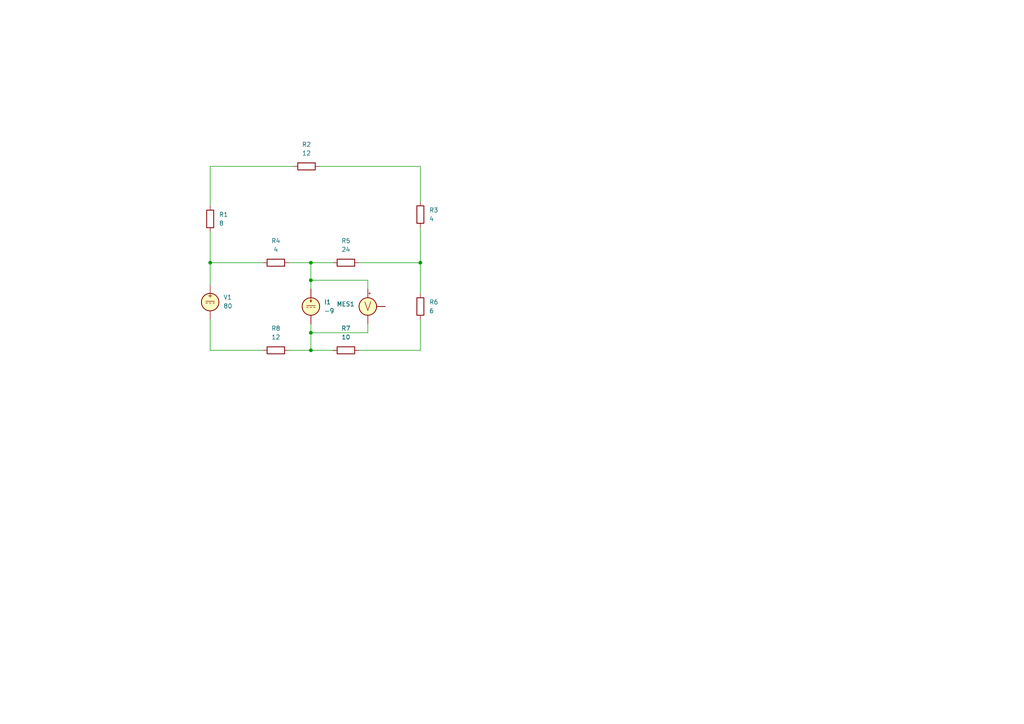
<source format=kicad_sch>
(kicad_sch (version 20230121) (generator eeschema)
  (paper "A4")
  (lib_symbols
    (symbol "Device:R" (pin_numbers hide) (pin_names (offset 0))
      (property "Reference" "R" (at 2.032 0 90))
      (property "Value" "R" (at 0 0 90))
      (symbol "R_0_1"
        (rectangle (start -1.016 -2.54) (end 1.016 2.54) (stroke (width 0.254)))
      )
      (symbol "R_1_1"
        (pin passive line (at 0 3.81 270) (length 1.27) (name "~") (number "1"))
        (pin passive line (at 0 -3.81 90) (length 1.27) (name "~") (number "2"))
      )
    )
    (symbol "Simulation_SPICE:IDC" (pin_numbers hide) (pin_names (offset 0.0254))
      (property "Reference" "I" (at 2.54 2.54 0))
      (property "Value" "1" (at 2.54 0 0))
      (symbol "IDC_0_0"
        (polyline (pts (xy -1.27 0.254) (xy 1.27 0.254)))
        (polyline (pts (xy -0.762 -0.254) (xy -1.27 -0.254)))
        (polyline (pts (xy 0.254 -0.254) (xy -0.254 -0.254)))
        (polyline (pts (xy 1.27 -0.254) (xy 0.762 -0.254)))
      )
      (symbol "IDC_0_1"
        (polyline (pts (xy 0 1.27) (xy 0 2.286)))
        (polyline (pts (xy -0.254 1.778) (xy 0 1.27) (xy 0.254 1.778)))
        (circle (center 0 0) (radius 2.54) (stroke (width 0.254)) (fill (type background)))
      )
      (symbol "IDC_1_1"
        (pin passive line (at 0 5.08 270) (length 2.54) (name "~") (number "1"))
        (pin passive line (at 0 -5.08 90) (length 2.54) (name "~") (number "2"))
      )
    )
    (symbol "Simulation_SPICE:VDC" (pin_numbers hide) (pin_names (offset 0.0254))
      (property "Reference" "V" (at 2.54 2.54 0))
      (property "Value" "1" (at 2.54 0 0))
      (symbol "VDC_0_0"
        (polyline (pts (xy -1.27 0.254) (xy 1.27 0.254)))
        (polyline (pts (xy -0.762 -0.254) (xy -1.27 -0.254)))
        (polyline (pts (xy 0.254 -0.254) (xy -0.254 -0.254)))
        (polyline (pts (xy 1.27 -0.254) (xy 0.762 -0.254)))
        (text "+" (at 0 1.905 0) (effects (font (size 1.27 1.27))))
      )
      (symbol "VDC_0_1"
        (circle (center 0 0) (radius 2.54) (stroke (width 0.254)) (fill (type background)))
      )
      (symbol "VDC_1_1"
        (pin passive line (at 0 5.08 270) (length 2.54) (name "~") (number "1"))
        (pin passive line (at 0 -5.08 90) (length 2.54) (name "~") (number "2"))
      )
    )
    (symbol "Simulation_SPICE:VOLTMETER_DIFF" (pin_numbers hide) (pin_names (offset 0.0254) hide) (in_bom no) (on_board no)
      (property "Reference" "MES?" (at -10.16 0 0))
      (symbol "VOLTMETER_DIFF_0_0"
        (text "V" (at 0 0 0) (effects (font (size 2.54 2.54))))
      )
      (symbol "VOLTMETER_DIFF_0_1"
        (polyline (pts (xy 0.254 3.81) (xy 0.762 3.81)))
        (polyline (pts (xy 0.508 4.064) (xy 0.508 3.556)))
        (circle (center 0 0) (radius 2.54) (stroke (width 0.254)) (fill (type background)))
      )
      (symbol "VOLTMETER_DIFF_1_1"
        (pin passive line (at 0 5.08 270) (length 2.54) (name "+") (number "1"))
        (pin passive line (at 0 -5.08 90) (length 2.54) (name "-") (number "2"))
        (pin output line (at 5.08 0 180) (length 2.54) (name "out") (number "3"))
      )
    )
  )
  (junction (at 90.17 96.52))
  (junction (at 90.17 81.28))
  (junction (at 90.17 76.2))
  (junction (at 90.17 101.6))
  (junction (at 60.96 76.2))
  (junction (at 121.92 76.2))
  (wire (pts (xy 121.92 48.26) (xy 121.92 58.42)))
  (wire (pts (xy 76.2 101.6) (xy 60.96 101.6)))
  (wire (pts (xy 90.17 101.6) (xy 96.52 101.6)))
  (wire (pts (xy 121.92 101.6) (xy 104.14 101.6)))
  (wire (pts (xy 60.96 59.69) (xy 60.96 48.26)))
  (wire (pts (xy 90.17 76.2) (xy 96.52 76.2)))
  (wire (pts (xy 60.96 76.2) (xy 60.96 82.55)))
  (wire (pts (xy 121.92 92.71) (xy 121.92 101.6)))
  (wire (pts (xy 121.92 66.04) (xy 121.92 76.2)))
  (wire (pts (xy 90.17 93.98) (xy 90.17 96.52)))
  (wire (pts (xy 90.17 81.28) (xy 106.68 81.28)))
  (wire (pts (xy 90.17 81.28) (xy 90.17 83.82)))
  (wire (pts (xy 83.82 76.2) (xy 90.17 76.2)))
  (wire (pts (xy 106.68 96.52) (xy 90.17 96.52)))
  (wire (pts (xy 106.68 93.98) (xy 106.68 96.52)))
  (wire (pts (xy 60.96 67.31) (xy 60.96 76.2)))
  (wire (pts (xy 104.14 76.2) (xy 121.92 76.2)))
  (wire (pts (xy 121.92 76.2) (xy 121.92 85.09)))
  (wire (pts (xy 106.68 81.28) (xy 106.68 83.82)))
  (wire (pts (xy 60.96 48.26) (xy 85.09 48.26)))
  (wire (pts (xy 60.96 76.2) (xy 76.2 76.2)))
  (wire (pts (xy 92.71 48.26) (xy 121.92 48.26)))
  (wire (pts (xy 60.96 101.6) (xy 60.96 92.71)))
  (wire (pts (xy 90.17 76.2) (xy 90.17 81.28)))
  (wire (pts (xy 90.17 96.52) (xy 90.17 101.6)))
  (wire (pts (xy 83.82 101.6) (xy 90.17 101.6)))
  (symbol (lib_id "Device:R") (at 80.01 76.2 270) (unit 1)
    (property "Reference" "R4" (at 80.01 69.85 90))
    (property "Value" "4" (at 80.01 72.39 90))
  )
  (symbol (lib_id "Device:R") (at 121.92 62.23 180) (unit 1)
    (property "Reference" "R3" (at 124.46 60.96 0) (effects (justify right)))
    (property "Value" "4" (at 124.46 63.5 0) (effects (justify right)))
  )
  (symbol (lib_id "Device:R") (at 80.01 101.6 90) (unit 1)
    (property "Reference" "R8" (at 80.01 95.25 90))
    (property "Value" "12" (at 80.01 97.79 90))
  )
  (symbol (lib_id "Device:R") (at 100.33 76.2 270) (unit 1)
    (property "Reference" "R5" (at 100.33 69.85 90))
    (property "Value" "24" (at 100.33 72.39 90))
  )
  (symbol (lib_id "Device:R") (at 121.92 88.9 0) (unit 1)
    (property "Reference" "R6" (at 124.46 87.63 0) (effects (justify left)))
    (property "Value" "6" (at 124.46 90.17 0) (effects (justify left)))
  )
  (symbol (lib_id "Device:R") (at 60.96 63.5 0) (unit 1)
    (property "Reference" "R1" (at 63.5 62.23 0) (effects (justify left)))
    (property "Value" "8" (at 63.5 64.77 0) (effects (justify left)))
  )
  (symbol (lib_id "Simulation_SPICE:VDC") (at 60.96 87.63 0) (unit 1)
    (property "Reference" "V1" (at 64.77 86.2302 0) (effects (justify left)))
    (property "Value" "80" (at 64.77 88.7702 0) (effects (justify left)))
    (property "Sim.Pins" "1=+ 2=-" (effects hide))
    (property "Sim.Type" "DC" (effects hide))
    (property "Sim.Device" "V" (effects hide))
  )
  (symbol (lib_id "Simulation_SPICE:IDC") (at 90.17 88.9 0) (unit 1)
    (property "Reference" "I1" (at 93.98 87.63 0) (effects (justify left)))
    (property "Value" "-9" (at 93.98 90.17 0) (effects (justify left)))
    (property "Sim.Pins" "1=+ 2=-" (effects hide))
    (property "Sim.Type" "DC" (effects hide))
    (property "Sim.Device" "I" (effects hide))
  )
  (symbol (lib_id "Simulation_SPICE:VOLTMETER_DIFF") (at 106.68 88.9 0) (unit 1) (in_bom no) (on_board no)
    (property "Reference" "MES1" (at 102.87 88.2015 0) (effects (justify right)))
    (property "Value" "VOLTMETER_DIFF" (effects hide))
    (property "Datasheet" "https://ngspice.sourceforge.io/docs/ngspice-manual.pdf" (effects hide))
    (property "Sim.Name" "kicad_builtin_vdiff" (effects hide))
    (property "Sim.Device" "SUBCKT" (effects hide))
    (property "Sim.Pins" "1=1 2=2 3=3" (effects hide))
    (property "Sim.Library" "${KICAD7_SYMBOL_DIR}/Simulation_SPICE.sp" (effects hide))
  )
  (symbol (lib_id "Device:R") (at 88.9 48.26 90) (unit 1)
    (property "Reference" "R2" (at 88.9 41.91 90))
    (property "Value" "12" (at 88.9 44.45 90))
  )
  (symbol (lib_id "Device:R") (at 100.33 101.6 90) (unit 1)
    (property "Reference" "R7" (at 100.33 95.25 90))
    (property "Value" "10" (at 100.33 97.79 90))
  )
)
</source>
